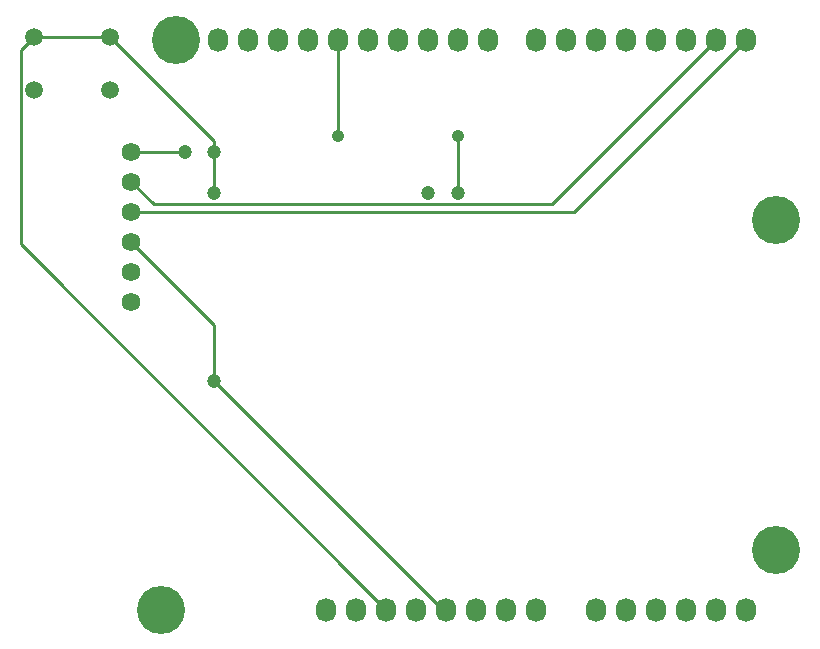
<source format=gbr>
%TF.GenerationSoftware,KiCad,Pcbnew,6.0.0-d3dd2cf0fa~116~ubuntu21.10.1*%
%TF.CreationDate,2022-01-02T17:44:57-05:00*%
%TF.ProjectId,ardustack-io,61726475-7374-4616-936b-2d696f2e6b69,rev?*%
%TF.SameCoordinates,Original*%
%TF.FileFunction,Copper,L1,Top*%
%TF.FilePolarity,Positive*%
%FSLAX46Y46*%
G04 Gerber Fmt 4.6, Leading zero omitted, Abs format (unit mm)*
G04 Created by KiCad (PCBNEW 6.0.0-d3dd2cf0fa~116~ubuntu21.10.1) date 2022-01-02 17:44:57*
%MOMM*%
%LPD*%
G01*
G04 APERTURE LIST*
%TA.AperFunction,ComponentPad*%
%ADD10O,1.727200X2.032000*%
%TD*%
%TA.AperFunction,ComponentPad*%
%ADD11C,4.064000*%
%TD*%
%TA.AperFunction,ComponentPad*%
%ADD12C,1.050000*%
%TD*%
%TA.AperFunction,ComponentPad*%
%ADD13C,1.200000*%
%TD*%
%TA.AperFunction,ComponentPad*%
%ADD14C,1.500000*%
%TD*%
%TA.AperFunction,ComponentPad*%
%ADD15C,1.590000*%
%TD*%
%TA.AperFunction,Conductor*%
%ADD16C,0.250000*%
%TD*%
G04 APERTURE END LIST*
D10*
%TO.P,P1,1,Pin_1*%
%TO.N,unconnected-(P1-Pad1)*%
X138938000Y-123825000D03*
%TO.P,P1,2,Pin_2*%
%TO.N,/IOREF*%
X141478000Y-123825000D03*
%TO.P,P1,3,Pin_3*%
%TO.N,/Reset*%
X144018000Y-123825000D03*
%TO.P,P1,4,Pin_4*%
%TO.N,+3V3*%
X146558000Y-123825000D03*
%TO.P,P1,5,Pin_5*%
%TO.N,+5V*%
X149098000Y-123825000D03*
%TO.P,P1,6,Pin_6*%
%TO.N,GND*%
X151638000Y-123825000D03*
%TO.P,P1,7,Pin_7*%
X154178000Y-123825000D03*
%TO.P,P1,8,Pin_8*%
%TO.N,/Vin*%
X156718000Y-123825000D03*
%TD*%
%TO.P,P2,1,Pin_1*%
%TO.N,/A0*%
X161798000Y-123825000D03*
%TO.P,P2,2,Pin_2*%
%TO.N,/A1*%
X164338000Y-123825000D03*
%TO.P,P2,3,Pin_3*%
%TO.N,/A2*%
X166878000Y-123825000D03*
%TO.P,P2,4,Pin_4*%
%TO.N,/A3*%
X169418000Y-123825000D03*
%TO.P,P2,5,Pin_5*%
%TO.N,/A4(SDA)*%
X171958000Y-123825000D03*
%TO.P,P2,6,Pin_6*%
%TO.N,/A5(SCL)*%
X174498000Y-123825000D03*
%TD*%
%TO.P,P3,1,Pin_1*%
%TO.N,unconnected-(P3-Pad1)*%
X129794000Y-75565000D03*
%TO.P,P3,2,Pin_2*%
%TO.N,unconnected-(P3-Pad2)*%
X132334000Y-75565000D03*
%TO.P,P3,3,Pin_3*%
%TO.N,/AREF*%
X134874000Y-75565000D03*
%TO.P,P3,4,Pin_4*%
%TO.N,GND*%
X137414000Y-75565000D03*
%TO.P,P3,5,Pin_5*%
%TO.N,/13(SCK)*%
X139954000Y-75565000D03*
%TO.P,P3,6,Pin_6*%
%TO.N,/12(MISO)*%
X142494000Y-75565000D03*
%TO.P,P3,7,Pin_7*%
%TO.N,/11(\u002A\u002A{slash}MOSI)*%
X145034000Y-75565000D03*
%TO.P,P3,8,Pin_8*%
%TO.N,/10(\u002A\u002A{slash}SS)*%
X147574000Y-75565000D03*
%TO.P,P3,9,Pin_9*%
%TO.N,/9(\u002A\u002A)*%
X150114000Y-75565000D03*
%TO.P,P3,10,Pin_10*%
%TO.N,/8*%
X152654000Y-75565000D03*
%TD*%
%TO.P,P4,1,Pin_1*%
%TO.N,/7*%
X156718000Y-75565000D03*
%TO.P,P4,2,Pin_2*%
%TO.N,/6(\u002A\u002A)*%
X159258000Y-75565000D03*
%TO.P,P4,3,Pin_3*%
%TO.N,/5(\u002A\u002A)*%
X161798000Y-75565000D03*
%TO.P,P4,4,Pin_4*%
%TO.N,/4*%
X164338000Y-75565000D03*
%TO.P,P4,5,Pin_5*%
%TO.N,/3(\u002A\u002A)*%
X166878000Y-75565000D03*
%TO.P,P4,6,Pin_6*%
%TO.N,/2*%
X169418000Y-75565000D03*
%TO.P,P4,7,Pin_7*%
%TO.N,/1(Tx)*%
X171958000Y-75565000D03*
%TO.P,P4,8,Pin_8*%
%TO.N,/0(Rx)*%
X174498000Y-75565000D03*
%TD*%
D11*
%TO.P,P5,1,Pin_1*%
%TO.N,unconnected-(P5-Pad1)*%
X124968000Y-123825000D03*
%TD*%
%TO.P,P6,1,Pin_1*%
%TO.N,unconnected-(P6-Pad1)*%
X177038000Y-118745000D03*
%TD*%
%TO.P,P7,1,Pin_1*%
%TO.N,unconnected-(P7-Pad1)*%
X126238000Y-75565000D03*
%TD*%
%TO.P,P8,1,Pin_1*%
%TO.N,unconnected-(P8-Pad1)*%
X177038000Y-90805000D03*
%TD*%
D12*
%TO.P,R2,1*%
%TO.N,/13(SCK)*%
X139914000Y-83693000D03*
%TO.P,R2,2*%
%TO.N,Net-(LED1-Pad1)*%
X150114000Y-83693000D03*
%TD*%
D13*
%TO.P,C1,1*%
%TO.N,/Reset*%
X129450000Y-85050000D03*
%TO.P,C1,2*%
%TO.N,Net-(C1-Pad2)*%
X126950000Y-85050000D03*
%TD*%
D14*
%TO.P,S1,1,NO_1*%
%TO.N,/Reset*%
X114150000Y-75350000D03*
%TO.P,S1,2,NO_2*%
X120650000Y-75350000D03*
%TO.P,S1,3,COM_1*%
%TO.N,GND*%
X114150000Y-79850000D03*
%TO.P,S1,4,COM_2*%
X120650000Y-79850000D03*
%TD*%
D13*
%TO.P,LED1,1*%
%TO.N,Net-(LED1-Pad1)*%
X150114000Y-88600000D03*
%TO.P,LED1,2*%
%TO.N,GND*%
X147574000Y-88600000D03*
%TD*%
D15*
%TO.P,J1,1,1*%
%TO.N,GND*%
X122400000Y-97750000D03*
%TO.P,J1,2,2*%
X122400000Y-95210000D03*
%TO.P,J1,3,3*%
%TO.N,+5V*%
X122400000Y-92670000D03*
%TO.P,J1,4,4*%
%TO.N,/0(Rx)*%
X122400000Y-90130000D03*
%TO.P,J1,5,5*%
%TO.N,/1(Tx)*%
X122400000Y-87590000D03*
%TO.P,J1,6,6*%
%TO.N,Net-(C1-Pad2)*%
X122400000Y-85050000D03*
%TD*%
D13*
%TO.P,R1,1*%
%TO.N,+5V*%
X129450000Y-104500000D03*
%TO.P,R1,2*%
%TO.N,/Reset*%
X129450000Y-88600000D03*
%TD*%
D16*
%TO.N,/Reset*%
X113075489Y-92882489D02*
X113075489Y-76424511D01*
X129450000Y-85050000D02*
X129450000Y-88600000D01*
X129450000Y-84150000D02*
X129450000Y-85050000D01*
X113075489Y-76424511D02*
X114150000Y-75350000D01*
X114150000Y-75350000D02*
X120650000Y-75350000D01*
X120650000Y-75350000D02*
X129450000Y-84150000D01*
X144018000Y-123825000D02*
X113075489Y-92882489D01*
%TO.N,+5V*%
X129450000Y-104500000D02*
X148775000Y-123825000D01*
X129450000Y-99720000D02*
X129450000Y-104500000D01*
X122400000Y-92670000D02*
X129450000Y-99720000D01*
X148775000Y-123825000D02*
X149098000Y-123825000D01*
%TO.N,/1(Tx)*%
X122400000Y-87590000D02*
X124334511Y-89524511D01*
X124334511Y-89524511D02*
X157998489Y-89524511D01*
X157998489Y-89524511D02*
X171958000Y-75565000D01*
%TO.N,/0(Rx)*%
X122400000Y-90130000D02*
X159933000Y-90130000D01*
X159933000Y-90130000D02*
X174498000Y-75565000D01*
%TO.N,Net-(LED1-Pad1)*%
X150114000Y-83693000D02*
X150114000Y-88600000D01*
%TO.N,Net-(C1-Pad2)*%
X122400000Y-85050000D02*
X126950000Y-85050000D01*
%TO.N,/13(SCK)*%
X139954000Y-75565000D02*
X139954000Y-83653000D01*
X139954000Y-83653000D02*
X139914000Y-83693000D01*
%TD*%
M02*

</source>
